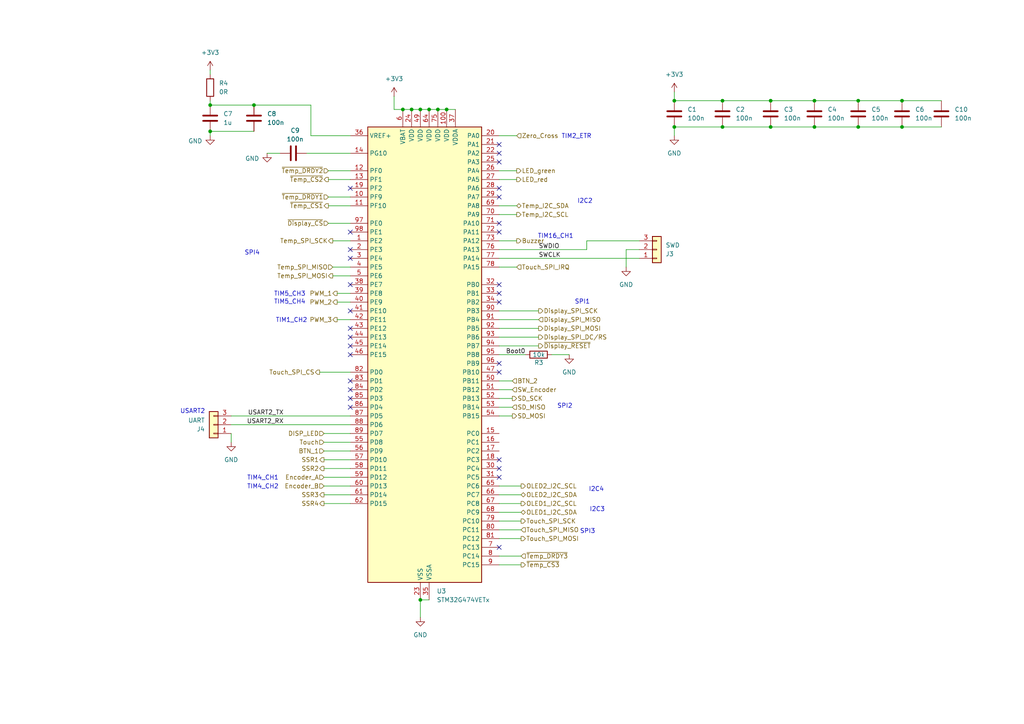
<source format=kicad_sch>
(kicad_sch (version 20231120) (generator "eeschema") (generator_version "8.0")
  (paper "A4")
  (lib_symbols
    (symbol "Connector_Generic:Conn_01x03" (pin_names (offset 1.016) hide)
      (property "Reference" "J" (at 0 5.08 0))
      (property "Value" "Conn_01x03" (at 0 -5.08 0))
      (symbol "Conn_01x03_1_1"
        (rectangle (start -1.27 -2.413) (end 0 -2.667) (stroke (width 0.1524)))
        (rectangle (start -1.27 0.127) (end 0 -0.127) (stroke (width 0.1524)))
        (rectangle (start -1.27 2.667) (end 0 2.413) (stroke (width 0.1524)))
        (rectangle (start -1.27 3.81) (end 1.27 -3.81) (stroke (width 0.254)) (fill (type background)))
        (pin passive line (at -5.08 2.54 0) (length 3.81) (name "Pin_1") (number "1"))
        (pin passive line (at -5.08 0 0) (length 3.81) (name "Pin_2") (number "2"))
        (pin passive line (at -5.08 -2.54 0) (length 3.81) (name "Pin_3") (number "3"))
      )
    )
    (symbol "Device:C" (pin_numbers hide) (pin_names (offset 0.254))
      (property "Reference" "C" (at 0.635 2.54 0))
      (property "Value" "C" (at 0.635 -2.54 0))
      (symbol "C_0_1"
        (polyline (pts (xy -2.032 -0.762) (xy 2.032 -0.762)) (stroke (width 0.508)))
        (polyline (pts (xy -2.032 0.762) (xy 2.032 0.762)) (stroke (width 0.508)))
      )
      (symbol "C_1_1"
        (pin passive line (at 0 3.81 270) (length 2.794) (name "~") (number "1"))
        (pin passive line (at 0 -3.81 90) (length 2.794) (name "~") (number "2"))
      )
    )
    (symbol "Device:R" (pin_numbers hide) (pin_names (offset 0))
      (property "Reference" "R" (at 2.032 0 90))
      (property "Value" "R" (at 0 0 90))
      (symbol "R_0_1"
        (rectangle (start -1.016 -2.54) (end 1.016 2.54) (stroke (width 0.254)))
      )
      (symbol "R_1_1"
        (pin passive line (at 0 3.81 270) (length 1.27) (name "~") (number "1"))
        (pin passive line (at 0 -3.81 90) (length 1.27) (name "~") (number "2"))
      )
    )
    (symbol "MCU_ST_STM32G4:STM32G474VETx"
      (property "Reference" "U" (at -15.24 67.31 0))
      (property "Value" "STM32G474VETx" (at 12.7 67.31 0))
      (symbol "STM32G474VETx_0_1"
        (rectangle (start -15.24 -66.04) (end 17.78 66.04) (stroke (width 0.254)) (fill (type background)))
      )
      (symbol "STM32G474VETx_1_1"
        (pin bidirectional line (at -20.32 33.02 0) (length 5.08) (name "PE2") (number "1"))
        (pin bidirectional line (at -20.32 45.72 0) (length 5.08) (name "PF9") (number "10"))
        (pin power_in line (at 7.62 71.12 270) (length 5.08) (name "VDD") (number "100"))
        (pin bidirectional line (at -20.32 43.18 0) (length 5.08) (name "PF10") (number "11"))
        (pin bidirectional line (at -20.32 53.34 0) (length 5.08) (name "PF0") (number "12"))
        (pin bidirectional line (at -20.32 50.8 0) (length 5.08) (name "PF1") (number "13"))
        (pin bidirectional line (at -20.32 58.42 0) (length 5.08) (name "PG10") (number "14"))
        (pin bidirectional line (at 22.86 -22.86 180) (length 5.08) (name "PC0") (number "15"))
        (pin bidirectional line (at 22.86 -25.4 180) (length 5.08) (name "PC1") (number "16"))
        (pin bidirectional line (at 22.86 -27.94 180) (length 5.08) (name "PC2") (number "17"))
        (pin bidirectional line (at 22.86 -30.48 180) (length 5.08) (name "PC3") (number "18"))
        (pin bidirectional line (at -20.32 48.26 0) (length 5.08) (name "PF2") (number "19"))
        (pin bidirectional line (at -20.32 30.48 0) (length 5.08) (name "PE3") (number "2"))
        (pin bidirectional line (at 22.86 63.5 180) (length 5.08) (name "PA0") (number "20"))
        (pin bidirectional line (at 22.86 60.96 180) (length 5.08) (name "PA1") (number "21"))
        (pin bidirectional line (at 22.86 58.42 180) (length 5.08) (name "PA2") (number "22"))
        (pin power_in line (at 0 -71.12 90) (length 5.08) (name "VSS") (number "23"))
        (pin power_in line (at -2.54 71.12 270) (length 5.08) (name "VDD") (number "24"))
        (pin bidirectional line (at 22.86 55.88 180) (length 5.08) (name "PA3") (number "25"))
        (pin bidirectional line (at 22.86 53.34 180) (length 5.08) (name "PA4") (number "26"))
        (pin bidirectional line (at 22.86 50.8 180) (length 5.08) (name "PA5") (number "27"))
        (pin bidirectional line (at 22.86 48.26 180) (length 5.08) (name "PA6") (number "28"))
        (pin bidirectional line (at 22.86 45.72 180) (length 5.08) (name "PA7") (number "29"))
        (pin bidirectional line (at -20.32 27.94 0) (length 5.08) (name "PE4") (number "3"))
        (pin bidirectional line (at 22.86 -33.02 180) (length 5.08) (name "PC4") (number "30"))
        (pin bidirectional line (at 22.86 -35.56 180) (length 5.08) (name "PC5") (number "31"))
        (pin bidirectional line (at 22.86 20.32 180) (length 5.08) (name "PB0") (number "32"))
        (pin bidirectional line (at 22.86 17.78 180) (length 5.08) (name "PB1") (number "33"))
        (pin bidirectional line (at 22.86 15.24 180) (length 5.08) (name "PB2") (number "34"))
        (pin power_in line (at 2.54 -71.12 90) (length 5.08) (name "VSSA") (number "35"))
        (pin input line (at -20.32 63.5 0) (length 5.08) (name "VREF+") (number "36"))
        (pin power_in line (at 10.16 71.12 270) (length 5.08) (name "VDDA") (number "37"))
        (pin bidirectional line (at -20.32 20.32 0) (length 5.08) (name "PE7") (number "38"))
        (pin bidirectional line (at -20.32 17.78 0) (length 5.08) (name "PE8") (number "39"))
        (pin bidirectional line (at -20.32 25.4 0) (length 5.08) (name "PE5") (number "4"))
        (pin bidirectional line (at -20.32 15.24 0) (length 5.08) (name "PE9") (number "40"))
        (pin bidirectional line (at -20.32 12.7 0) (length 5.08) (name "PE10") (number "41"))
        (pin bidirectional line (at -20.32 10.16 0) (length 5.08) (name "PE11") (number "42"))
        (pin bidirectional line (at -20.32 7.62 0) (length 5.08) (name "PE12") (number "43"))
        (pin bidirectional line (at -20.32 5.08 0) (length 5.08) (name "PE13") (number "44"))
        (pin bidirectional line (at -20.32 2.54 0) (length 5.08) (name "PE14") (number "45"))
        (pin bidirectional line (at -20.32 0 0) (length 5.08) (name "PE15") (number "46"))
        (pin bidirectional line (at 22.86 -5.08 180) (length 5.08) (name "PB10") (number "47"))
        (pin passive line (at 0 -71.12 90) (length 5.08) hide (name "VSS") (number "48"))
        (pin power_in line (at 0 71.12 270) (length 5.08) (name "VDD") (number "49"))
        (pin bidirectional line (at -20.32 22.86 0) (length 5.08) (name "PE6") (number "5"))
        (pin bidirectional line (at 22.86 -7.62 180) (length 5.08) (name "PB11") (number "50"))
        (pin bidirectional line (at 22.86 -10.16 180) (length 5.08) (name "PB12") (number "51"))
        (pin bidirectional line (at 22.86 -12.7 180) (length 5.08) (name "PB13") (number "52"))
        (pin bidirectional line (at 22.86 -15.24 180) (length 5.08) (name "PB14") (number "53"))
        (pin bidirectional line (at 22.86 -17.78 180) (length 5.08) (name "PB15") (number "54"))
        (pin bidirectional line (at -20.32 -25.4 0) (length 5.08) (name "PD8") (number "55"))
        (pin bidirectional line (at -20.32 -27.94 0) (length 5.08) (name "PD9") (number "56"))
        (pin bidirectional line (at -20.32 -30.48 0) (length 5.08) (name "PD10") (number "57"))
        (pin bidirectional line (at -20.32 -33.02 0) (length 5.08) (name "PD11") (number "58"))
        (pin bidirectional line (at -20.32 -35.56 0) (length 5.08) (name "PD12") (number "59"))
        (pin power_in line (at -5.08 71.12 270) (length 5.08) (name "VBAT") (number "6"))
        (pin bidirectional line (at -20.32 -38.1 0) (length 5.08) (name "PD13") (number "60"))
        (pin bidirectional line (at -20.32 -40.64 0) (length 5.08) (name "PD14") (number "61"))
        (pin bidirectional line (at -20.32 -43.18 0) (length 5.08) (name "PD15") (number "62"))
        (pin passive line (at 0 -71.12 90) (length 5.08) hide (name "VSS") (number "63"))
        (pin power_in line (at 2.54 71.12 270) (length 5.08) (name "VDD") (number "64"))
        (pin bidirectional line (at 22.86 -38.1 180) (length 5.08) (name "PC6") (number "65"))
        (pin bidirectional line (at 22.86 -40.64 180) (length 5.08) (name "PC7") (number "66"))
        (pin bidirectional line (at 22.86 -43.18 180) (length 5.08) (name "PC8") (number "67"))
        (pin bidirectional line (at 22.86 -45.72 180) (length 5.08) (name "PC9") (number "68"))
        (pin bidirectional line (at 22.86 43.18 180) (length 5.08) (name "PA8") (number "69"))
        (pin bidirectional line (at 22.86 -55.88 180) (length 5.08) (name "PC13") (number "7"))
        (pin bidirectional line (at 22.86 40.64 180) (length 5.08) (name "PA9") (number "70"))
        (pin bidirectional line (at 22.86 38.1 180) (length 5.08) (name "PA10") (number "71"))
        (pin bidirectional line (at 22.86 35.56 180) (length 5.08) (name "PA11") (number "72"))
        (pin bidirectional line (at 22.86 33.02 180) (length 5.08) (name "PA12") (number "73"))
        (pin passive line (at 0 -71.12 90) (length 5.08) hide (name "VSS") (number "74"))
        (pin power_in line (at 5.08 71.12 270) (length 5.08) (name "VDD") (number "75"))
        (pin bidirectional line (at 22.86 30.48 180) (length 5.08) (name "PA13") (number "76"))
        (pin bidirectional line (at 22.86 27.94 180) (length 5.08) (name "PA14") (number "77"))
        (pin bidirectional line (at 22.86 25.4 180) (length 5.08) (name "PA15") (number "78"))
        (pin bidirectional line (at 22.86 -48.26 180) (length 5.08) (name "PC10") (number "79"))
        (pin bidirectional line (at 22.86 -58.42 180) (length 5.08) (name "PC14") (number "8"))
        (pin bidirectional line (at 22.86 -50.8 180) (length 5.08) (name "PC11") (number "80"))
        (pin bidirectional line (at 22.86 -53.34 180) (length 5.08) (name "PC12") (number "81"))
        (pin bidirectional line (at -20.32 -5.08 0) (length 5.08) (name "PD0") (number "82"))
        (pin bidirectional line (at -20.32 -7.62 0) (length 5.08) (name "PD1") (number "83"))
        (pin bidirectional line (at -20.32 -10.16 0) (length 5.08) (name "PD2") (number "84"))
        (pin bidirectional line (at -20.32 -12.7 0) (length 5.08) (name "PD3") (number "85"))
        (pin bidirectional line (at -20.32 -15.24 0) (length 5.08) (name "PD4") (number "86"))
        (pin bidirectional line (at -20.32 -17.78 0) (length 5.08) (name "PD5") (number "87"))
        (pin bidirectional line (at -20.32 -20.32 0) (length 5.08) (name "PD6") (number "88"))
        (pin bidirectional line (at -20.32 -22.86 0) (length 5.08) (name "PD7") (number "89"))
        (pin bidirectional line (at 22.86 -60.96 180) (length 5.08) (name "PC15") (number "9"))
        (pin bidirectional line (at 22.86 12.7 180) (length 5.08) (name "PB3") (number "90"))
        (pin bidirectional line (at 22.86 10.16 180) (length 5.08) (name "PB4") (number "91"))
        (pin bidirectional line (at 22.86 7.62 180) (length 5.08) (name "PB5") (number "92"))
        (pin bidirectional line (at 22.86 5.08 180) (length 5.08) (name "PB6") (number "93"))
        (pin bidirectional line (at 22.86 2.54 180) (length 5.08) (name "PB7") (number "94"))
        (pin bidirectional line (at 22.86 0 180) (length 5.08) (name "PB8") (number "95"))
        (pin bidirectional line (at 22.86 -2.54 180) (length 5.08) (name "PB9") (number "96"))
        (pin bidirectional line (at -20.32 38.1 0) (length 5.08) (name "PE0") (number "97"))
        (pin bidirectional line (at -20.32 35.56 0) (length 5.08) (name "PE1") (number "98"))
        (pin passive line (at 0 -71.12 90) (length 5.08) hide (name "VSS") (number "99"))
      )
    )
    (symbol "power:+3V3" (power) (pin_numbers hide) (pin_names (offset 0) hide)
      (property "Value" "+3V3" (at 0 3.556 0))
      (symbol "+3V3_0_1"
        (polyline (pts (xy -0.762 1.27) (xy 0 2.54)))
        (polyline (pts (xy 0 0) (xy 0 2.54)))
        (polyline (pts (xy 0 2.54) (xy 0.762 1.27)))
      )
      (symbol "+3V3_1_1"
        (pin power_in line (at 0 0 90) (length 0) (name "~") (number "1"))
      )
    )
    (symbol "power:GND" (power) (pin_numbers hide) (pin_names (offset 0) hide)
      (property "Value" "GND" (at 0 -3.81 0))
      (symbol "GND_0_1"
        (polyline (pts (xy 0 0) (xy 0 -1.27) (xy 1.27 -1.27) (xy 0 -2.54) (xy -1.27 -1.27) (xy 0 -1.27)))
      )
      (symbol "GND_1_1"
        (pin power_in line (at 0 0 270) (length 0) (name "~") (number "1"))
      )
    )
  )
  (junction (at 121.92 31.75))
  (junction (at 124.46 31.75))
  (junction (at 209.55 36.83))
  (junction (at 73.66 30.48))
  (junction (at 119.38 31.75))
  (junction (at 261.62 36.83))
  (junction (at 195.58 36.83))
  (junction (at 127 31.75))
  (junction (at 209.55 29.21))
  (junction (at 60.96 30.48))
  (junction (at 195.58 29.21))
  (junction (at 129.54 31.75))
  (junction (at 261.62 29.21))
  (junction (at 248.92 36.83))
  (junction (at 121.92 173.99))
  (junction (at 248.92 29.21))
  (junction (at 236.22 29.21))
  (junction (at 223.52 29.21))
  (junction (at 116.84 31.75))
  (junction (at 60.96 38.1))
  (junction (at 236.22 36.83))
  (junction (at 223.52 36.83))
  (no_connect (at 101.6 113.03))
  (no_connect (at 144.78 158.75))
  (no_connect (at 101.6 54.61))
  (no_connect (at 101.6 100.33))
  (no_connect (at 144.78 82.55))
  (no_connect (at 144.78 85.09))
  (no_connect (at 101.6 97.79))
  (no_connect (at 101.6 95.25))
  (no_connect (at 144.78 105.41))
  (no_connect (at 144.78 67.31))
  (no_connect (at 144.78 64.77))
  (no_connect (at 144.78 133.35))
  (no_connect (at 144.78 41.91))
  (no_connect (at 144.78 87.63))
  (no_connect (at 101.6 90.17))
  (no_connect (at 144.78 54.61))
  (no_connect (at 101.6 102.87))
  (no_connect (at 144.78 46.99))
  (no_connect (at 144.78 107.95))
  (no_connect (at 144.78 135.89))
  (no_connect (at 101.6 82.55))
  (no_connect (at 101.6 110.49))
  (no_connect (at 101.6 72.39))
  (no_connect (at 144.78 138.43))
  (no_connect (at 101.6 115.57))
  (no_connect (at 101.6 118.11))
  (no_connect (at 144.78 44.45))
  (no_connect (at 101.6 74.93))
  (no_connect (at 144.78 57.15))
  (no_connect (at 101.6 67.31))
  (wire (pts (xy 144.78 113.03) (xy 148.59 113.03)))
  (wire (pts (xy 144.78 118.11) (xy 148.59 118.11)))
  (wire (pts (xy 101.6 138.43) (xy 93.98 138.43)))
  (wire (pts (xy 119.38 31.75) (xy 121.92 31.75)))
  (wire (pts (xy 195.58 26.67) (xy 195.58 29.21)))
  (wire (pts (xy 90.17 30.48) (xy 90.17 39.37)))
  (wire (pts (xy 144.78 110.49) (xy 148.59 110.49)))
  (wire (pts (xy 144.78 115.57) (xy 148.59 115.57)))
  (wire (pts (xy 144.78 59.69) (xy 149.86 59.69)))
  (wire (pts (xy 73.66 30.48) (xy 60.96 30.48)))
  (wire (pts (xy 93.98 135.89) (xy 101.6 135.89)))
  (wire (pts (xy 93.98 133.35) (xy 101.6 133.35)))
  (wire (pts (xy 93.98 125.73) (xy 101.6 125.73)))
  (wire (pts (xy 248.92 36.83) (xy 236.22 36.83)))
  (wire (pts (xy 261.62 36.83) (xy 273.05 36.83)))
  (wire (pts (xy 144.78 102.87) (xy 152.4 102.87)))
  (wire (pts (xy 144.78 146.05) (xy 151.13 146.05)))
  (wire (pts (xy 144.78 74.93) (xy 185.42 74.93)))
  (wire (pts (xy 114.3 31.75) (xy 116.84 31.75)))
  (wire (pts (xy 96.52 77.47) (xy 101.6 77.47)))
  (wire (pts (xy 144.78 153.67) (xy 151.13 153.67)))
  (wire (pts (xy 96.52 69.85) (xy 101.6 69.85)))
  (wire (pts (xy 121.92 173.99) (xy 124.46 173.99)))
  (wire (pts (xy 90.17 30.48) (xy 73.66 30.48)))
  (wire (pts (xy 93.98 130.81) (xy 101.6 130.81)))
  (wire (pts (xy 60.96 29.21) (xy 60.96 30.48)))
  (wire (pts (xy 248.92 29.21) (xy 261.62 29.21)))
  (wire (pts (xy 127 31.75) (xy 129.54 31.75)))
  (wire (pts (xy 144.78 156.21) (xy 151.13 156.21)))
  (wire (pts (xy 67.056 123.19) (xy 101.6 123.19)))
  (wire (pts (xy 93.98 143.51) (xy 101.6 143.51)))
  (wire (pts (xy 101.6 87.63) (xy 97.79 87.63)))
  (wire (pts (xy 60.96 20.32) (xy 60.96 21.59)))
  (wire (pts (xy 88.9 44.45) (xy 101.6 44.45)))
  (wire (pts (xy 67.056 120.65) (xy 101.6 120.65)))
  (wire (pts (xy 121.92 173.99) (xy 121.92 179.07)))
  (wire (pts (xy 144.78 90.17) (xy 156.21 90.17)))
  (wire (pts (xy 95.25 64.77) (xy 101.6 64.77)))
  (wire (pts (xy 67.056 125.73) (xy 67.056 128.27)))
  (wire (pts (xy 236.22 29.21) (xy 248.92 29.21)))
  (wire (pts (xy 209.55 29.21) (xy 223.52 29.21)))
  (wire (pts (xy 185.42 72.39) (xy 181.61 72.39)))
  (wire (pts (xy 223.52 36.83) (xy 236.22 36.83)))
  (wire (pts (xy 144.78 148.59) (xy 151.13 148.59)))
  (wire (pts (xy 144.78 140.97) (xy 151.13 140.97)))
  (wire (pts (xy 90.17 39.37) (xy 101.6 39.37)))
  (wire (pts (xy 144.78 143.51) (xy 151.13 143.51)))
  (wire (pts (xy 144.78 151.13) (xy 151.13 151.13)))
  (wire (pts (xy 144.78 62.23) (xy 149.86 62.23)))
  (wire (pts (xy 121.92 31.75) (xy 124.46 31.75)))
  (wire (pts (xy 95.25 57.15) (xy 101.6 57.15)))
  (wire (pts (xy 195.58 36.83) (xy 209.55 36.83)))
  (wire (pts (xy 144.78 52.07) (xy 149.86 52.07)))
  (wire (pts (xy 248.92 36.83) (xy 261.62 36.83)))
  (wire (pts (xy 144.78 77.47) (xy 149.86 77.47)))
  (wire (pts (xy 209.55 36.83) (xy 223.52 36.83)))
  (wire (pts (xy 144.78 92.71) (xy 156.21 92.71)))
  (wire (pts (xy 170.18 72.39) (xy 170.18 69.85)))
  (wire (pts (xy 144.78 69.85) (xy 149.86 69.85)))
  (wire (pts (xy 101.6 140.97) (xy 93.98 140.97)))
  (wire (pts (xy 261.62 29.21) (xy 273.05 29.21)))
  (wire (pts (xy 81.28 44.45) (xy 77.47 44.45)))
  (wire (pts (xy 60.96 39.37) (xy 60.96 38.1)))
  (wire (pts (xy 144.78 161.29) (xy 151.13 161.29)))
  (wire (pts (xy 195.58 29.21) (xy 209.55 29.21)))
  (wire (pts (xy 93.98 128.27) (xy 101.6 128.27)))
  (wire (pts (xy 223.52 29.21) (xy 236.22 29.21)))
  (wire (pts (xy 144.78 163.83) (xy 151.13 163.83)))
  (wire (pts (xy 170.18 69.85) (xy 185.42 69.85)))
  (wire (pts (xy 144.78 120.65) (xy 148.59 120.65)))
  (wire (pts (xy 181.61 72.39) (xy 181.61 77.47)))
  (wire (pts (xy 124.46 31.75) (xy 127 31.75)))
  (wire (pts (xy 144.78 49.53) (xy 149.86 49.53)))
  (wire (pts (xy 160.02 102.87) (xy 165.1 102.87)))
  (wire (pts (xy 116.84 31.75) (xy 119.38 31.75)))
  (wire (pts (xy 95.25 59.69) (xy 101.6 59.69)))
  (wire (pts (xy 144.78 72.39) (xy 170.18 72.39)))
  (wire (pts (xy 93.98 146.05) (xy 101.6 146.05)))
  (wire (pts (xy 144.78 39.37) (xy 149.86 39.37)))
  (wire (pts (xy 144.78 100.33) (xy 156.21 100.33)))
  (wire (pts (xy 129.54 31.75) (xy 132.08 31.75)))
  (wire (pts (xy 101.6 85.09) (xy 97.79 85.09)))
  (wire (pts (xy 144.78 95.25) (xy 156.21 95.25)))
  (wire (pts (xy 96.52 80.01) (xy 101.6 80.01)))
  (wire (pts (xy 144.78 97.79) (xy 156.21 97.79)))
  (wire (pts (xy 114.3 27.94) (xy 114.3 31.75)))
  (wire (pts (xy 60.96 38.1) (xy 73.66 38.1)))
  (wire (pts (xy 195.58 36.83) (xy 195.58 39.37)))
  (wire (pts (xy 95.25 52.07) (xy 101.6 52.07)))
  (wire (pts (xy 101.6 92.71) (xy 97.79 92.71)))
  (wire (pts (xy 92.71 107.95) (xy 101.6 107.95)))
  (wire (pts (xy 95.25 49.53) (xy 101.6 49.53)))
  (text "SPI4" (at 73.152 73.406 0) (effects (font (size 1.27 1.27))))
  (text "TIM2_ETR" (at 162.814 39.624 0) (effects (font (size 1.27 1.27)) (justify left)))
  (text "TIM5_CH3" (at 88.646 85.344 0) (effects (font (size 1.27 1.27)) (justify right)))
  (text "TIM4_CH2" (at 71.628 141.224 0) (effects (font (size 1.27 1.27)) (justify left)))
  (text "SPI3" (at 170.434 154.178 0) (effects (font (size 1.27 1.27))))
  (text "I2C4" (at 172.974 141.986 0) (effects (font (size 1.27 1.27))))
  (text "I2C2" (at 169.672 58.42 0) (effects (font (size 1.27 1.27))))
  (text "SPI2" (at 163.83 117.856 0) (effects (font (size 1.27 1.27))))
  (text "TIM16_CH1" (at 155.956 68.58 0) (effects (font (size 1.27 1.27)) (justify left)))
  (text "TIM4_CH1" (at 71.628 138.684 0) (effects (font (size 1.27 1.27)) (justify left)))
  (text "SPI1" (at 168.91 87.63 0) (effects (font (size 1.27 1.27))))
  (text "I2C3" (at 173.228 147.828 0) (effects (font (size 1.27 1.27))))
  (text "USART2" (at 55.88 119.38 0) (effects (font (size 1.27 1.27))))
  (text "TIM5_CH4" (at 88.646 87.63 0) (effects (font (size 1.27 1.27)) (justify right)))
  (text "TIM1_CH2" (at 89.154 92.964 0) (effects (font (size 1.27 1.27)) (justify right)))
  (label "USART2_RX" (at 82.296 123.19 180))
  (label "USART2_TX" (at 82.296 120.65 180))
  (label "SWDIO" (at 156.21 72.39 0))
  (label "SWCLK" (at 156.21 74.93 0))
  (label "Boot0" (at 152.4 102.87 180))
  (hierarchical_label "Encoder_A" (shape input) (at 93.98 138.43 180))
  (hierarchical_label "OLED2_I2C_SCL" (shape output) (at 151.13 140.97 0))
  (hierarchical_label "SSR4" (shape output) (at 93.98 146.05 180))
  (hierarchical_label "SSR2" (shape output) (at 93.98 135.89 180))
  (hierarchical_label "Touch_SPI_SCK" (shape output) (at 151.13 151.13 0))
  (hierarchical_label "Temp_SPI_MISO" (shape input) (at 96.52 77.47 180))
  (hierarchical_label "OLED2_I2C_SDA" (shape bidirectional) (at 151.13 143.51 0))
  (hierarchical_label "~{Temp_DRDY2}" (shape input) (at 95.25 49.53 180))
  (hierarchical_label "~{Temp_CS2}" (shape output) (at 95.25 52.07 180))
  (hierarchical_label "Zero_Cross" (shape input) (at 149.86 39.37 0))
  (hierarchical_label "PWM_3" (shape output) (at 97.79 92.71 180))
  (hierarchical_label "~{Temp_CS3}" (shape output) (at 151.13 163.83 0))
  (hierarchical_label "Touch_SPI_IRQ" (shape input) (at 149.86 77.47 0))
  (hierarchical_label "OLED1_I2C_SCL" (shape output) (at 151.13 146.05 0))
  (hierarchical_label "~{Temp_DRDY3}" (shape input) (at 151.13 161.29 0))
  (hierarchical_label "Display_SPI_DC{slash}RS" (shape output) (at 156.21 97.79 0))
  (hierarchical_label "SSR3" (shape output) (at 93.98 143.51 180))
  (hierarchical_label "~{Temp_DRDY1}" (shape input) (at 95.25 57.15 180))
  (hierarchical_label "~{Display_RESET}" (shape output) (at 156.21 100.33 0))
  (hierarchical_label "SW_Encoder" (shape input) (at 148.59 113.03 0))
  (hierarchical_label "Touch_SPI_CS" (shape output) (at 92.71 107.95 180))
  (hierarchical_label "SD_SCK" (shape output) (at 148.59 115.57 0))
  (hierarchical_label "Touch_SPI_MOSI" (shape output) (at 151.13 156.21 0))
  (hierarchical_label "Buzzer" (shape output) (at 149.86 69.85 0))
  (hierarchical_label "~{Display_CS}" (shape input) (at 95.25 64.77 180))
  (hierarchical_label "LED_green" (shape output) (at 149.86 49.53 0))
  (hierarchical_label "~{Temp_CS1}" (shape output) (at 95.25 59.69 180))
  (hierarchical_label "Encoder_B" (shape input) (at 93.98 140.97 180))
  (hierarchical_label "OLED1_I2C_SDA" (shape bidirectional) (at 151.13 148.59 0))
  (hierarchical_label "Temp_I2C_SDA" (shape bidirectional) (at 149.86 59.69 0))
  (hierarchical_label "Temp_SPI_SCK" (shape output) (at 96.52 69.85 180))
  (hierarchical_label "SD_MOSI" (shape output) (at 148.59 120.65 0))
  (hierarchical_label "Touch" (shape input) (at 93.98 128.27 180))
  (hierarchical_label "Temp_I2C_SCL" (shape output) (at 149.86 62.23 0))
  (hierarchical_label "BTN_1" (shape input) (at 93.98 130.81 180))
  (hierarchical_label "DISP_LED" (shape input) (at 93.98 125.73 180))
  (hierarchical_label "SD_MISO" (shape input) (at 148.59 118.11 0))
  (hierarchical_label "PWM_2" (shape output) (at 97.79 87.63 180))
  (hierarchical_label "LED_red" (shape output) (at 149.86 52.07 0))
  (hierarchical_label "Temp_SPI_MOSI" (shape output) (at 96.52 80.01 180))
  (hierarchical_label "Display_SPI_MOSI" (shape output) (at 156.21 95.25 0))
  (hierarchical_label "BTN_2" (shape input) (at 148.59 110.49 0))
  (hierarchical_label "PWM_1" (shape output) (at 97.79 85.09 180))
  (hierarchical_label "Display_SPI_MISO" (shape input) (at 156.21 92.71 0))
  (hierarchical_label "Display_SPI_SCK" (shape output) (at 156.21 90.17 0))
  (hierarchical_label "SSR1" (shape output) (at 93.98 133.35 180))
  (hierarchical_label "Touch_SPI_MISO" (shape input) (at 151.13 153.67 0))
  (symbol (lib_id "Device:C") (at 223.52 33.02 0) (unit 1)
    (property "Reference" "C3" (at 227.33 31.75 0) (effects (justify left)))
    (property "Value" "100n" (at 227.33 34.29 0) (effects (justify left)))
    (property "Footprint" "Capacitor_SMD:C_0603_1608Metric" (effects (hide yes)))
    (property "Description" "Unpolarized capacitor" (effects (hide yes)))
  )
  (symbol (lib_id "MCU_ST_STM32G4:STM32G474VETx") (at 121.92 102.87 0) (unit 1)
    (property "Reference" "U3" (at 126.6541 171.45 0) (effects (justify left)))
    (property "Value" "STM32G474VETx" (at 126.6541 173.99 0) (effects (justify left)))
    (property "Footprint" "Package_QFP:LQFP-100_14x14mm_P0.5mm" (effects (hide yes)))
    (property "Datasheet" "https://www.st.com/resource/en/datasheet/stm32g474ve.pdf" (effects (hide yes)))
    (property "Description" "STMicroelectronics Arm Cortex-M4 MCU, 512KB flash, 128KB RAM, 170 MHz, 1.71-3.6V, 86 GPIO, LQFP100" (effects (hide yes)))
  )
  (symbol (lib_id "Device:C") (at 60.96 34.29 0) (unit 1)
    (property "Reference" "C7" (at 64.77 33.0199 0) (effects (justify left)))
    (property "Value" "1u" (at 64.77 35.5599 0) (effects (justify left)))
    (property "Footprint" "Capacitor_SMD:C_0603_1608Metric" (effects (hide yes)))
    (property "Description" "Unpolarized capacitor" (effects (hide yes)))
  )
  (symbol (lib_id "Device:C") (at 248.92 33.02 0) (unit 1)
    (property "Reference" "C5" (at 252.73 31.75 0) (effects (justify left)))
    (property "Value" "100n" (at 252.73 34.29 0) (effects (justify left)))
    (property "Footprint" "Capacitor_SMD:C_0603_1608Metric" (effects (hide yes)))
    (property "Description" "Unpolarized capacitor" (effects (hide yes)))
  )
  (symbol (lib_id "power:+3V3") (at 195.58 26.67 0) (unit 1)
    (property "Reference" "#PWR07" (effects (hide yes)))
    (property "Value" "+3V3" (at 195.58 21.59 0))
    (property "Description" "Power symbol creates a global label with name \"+3V3\"" (effects (hide yes)))
  )
  (symbol (lib_id "Device:C") (at 73.66 34.29 0) (unit 1)
    (property "Reference" "C8" (at 77.47 33.02 0) (effects (justify left)))
    (property "Value" "100n" (at 77.47 35.56 0) (effects (justify left)))
    (property "Footprint" "Capacitor_SMD:C_0603_1608Metric" (effects (hide yes)))
    (property "Description" "Unpolarized capacitor" (effects (hide yes)))
  )
  (symbol (lib_id "Device:C") (at 236.22 33.02 0) (unit 1)
    (property "Reference" "C4" (at 240.03 31.75 0) (effects (justify left)))
    (property "Value" "100n" (at 240.03 34.29 0) (effects (justify left)))
    (property "Footprint" "Capacitor_SMD:C_0603_1608Metric" (effects (hide yes)))
    (property "Description" "Unpolarized capacitor" (effects (hide yes)))
  )
  (symbol (lib_id "Connector_Generic:Conn_01x03") (at 190.5 72.39 0) (mirror x) (unit 1)
    (property "Reference" "J3" (at 193.04 73.6601 0) (effects (justify left)))
    (property "Value" "SWD" (at 193.04 71.1201 0) (effects (justify left)))
    (property "Footprint" "Connector_Molex:Molex_KK-254_AE-6410-03A_1x03_P2.54mm_Vertical" (effects (hide yes)))
    (property "Description" "Generic connector, single row, 01x03, script generated (kicad-library-utils/schlib/autogen/connector/)" (effects (hide yes)))
  )
  (symbol (lib_id "power:GND") (at 67.056 128.27 0) (mirror y) (unit 1)
    (property "Reference" "#PWR019" (effects (hide yes)))
    (property "Value" "GND" (at 67.056 133.35 0))
    (property "Description" "Power symbol creates a global label with name \"GND\" , ground" (effects (hide yes)))
  )
  (symbol (lib_id "power:GND") (at 181.61 77.47 0) (unit 1)
    (property "Reference" "#PWR018" (effects (hide yes)))
    (property "Value" "GND" (at 181.61 82.55 0))
    (property "Description" "Power symbol creates a global label with name \"GND\" , ground" (effects (hide yes)))
  )
  (symbol (lib_id "Connector_Generic:Conn_01x03") (at 61.976 123.19 180) (unit 1)
    (property "Reference" "J4" (at 59.436 124.4601 0) (effects (justify left)))
    (property "Value" "UART" (at 59.436 121.9201 0) (effects (justify left)))
    (property "Footprint" "Connector_Molex:Molex_KK-254_AE-6410-03A_1x03_P2.54mm_Vertical" (effects (hide yes)))
    (property "Description" "Generic connector, single row, 01x03, script generated (kicad-library-utils/schlib/autogen/connector/)" (effects (hide yes)))
  )
  (symbol (lib_id "Device:C") (at 195.58 33.02 0) (unit 1)
    (property "Reference" "C1" (at 199.39 31.75 0) (effects (justify left)))
    (property "Value" "100n" (at 199.39 34.29 0) (effects (justify left)))
    (property "Footprint" "Capacitor_SMD:C_0603_1608Metric" (effects (hide yes)))
    (property "Description" "Unpolarized capacitor" (effects (hide yes)))
  )
  (symbol (lib_id "Device:C") (at 261.62 33.02 0) (unit 1)
    (property "Reference" "C6" (at 265.43 31.75 0) (effects (justify left)))
    (property "Value" "100n" (at 265.43 34.29 0) (effects (justify left)))
    (property "Footprint" "Capacitor_SMD:C_0603_1608Metric" (effects (hide yes)))
    (property "Description" "Unpolarized capacitor" (effects (hide yes)))
  )
  (symbol (lib_id "power:GND") (at 165.1 102.87 0) (unit 1)
    (property "Reference" "#PWR012" (effects (hide yes)))
    (property "Value" "GND" (at 165.1 107.95 0))
    (property "Description" "Power symbol creates a global label with name \"GND\" , ground" (effects (hide yes)))
  )
  (symbol (lib_id "power:GND") (at 60.96 39.37 0) (unit 1)
    (property "Reference" "#PWR011" (effects (hide yes)))
    (property "Value" "GND" (at 56.642 40.894 0))
    (property "Description" "Power symbol creates a global label with name \"GND\" , ground" (effects (hide yes)))
  )
  (symbol (lib_id "Device:C") (at 85.09 44.45 90) (unit 1)
    (property "Reference" "C9" (at 85.598 37.846 90))
    (property "Value" "100n" (at 85.598 40.386 90))
    (property "Footprint" "Capacitor_SMD:C_0603_1608Metric" (effects (hide yes)))
    (property "Description" "Unpolarized capacitor" (effects (hide yes)))
  )
  (symbol (lib_id "power:GND") (at 195.58 39.37 0) (unit 1)
    (property "Reference" "#PWR08" (effects (hide yes)))
    (property "Value" "GND" (at 195.58 44.45 0))
    (property "Description" "Power symbol creates a global label with name \"GND\" , ground" (effects (hide yes)))
  )
  (symbol (lib_id "Device:R") (at 156.21 102.87 270) (unit 1)
    (property "Reference" "R3" (at 154.94 105.156 90) (effects (justify left)))
    (property "Value" "10k" (at 154.432 102.87 90) (effects (justify left)))
    (property "Footprint" "Resistor_SMD:R_0603_1608Metric" (effects (hide yes)))
    (property "Description" "Resistor" (effects (hide yes)))
  )
  (symbol (lib_id "power:+3V3") (at 114.3 27.94 0) (unit 1)
    (property "Reference" "#PWR010" (effects (hide yes)))
    (property "Value" "+3V3" (at 114.3 22.86 0))
    (property "Description" "Power symbol creates a global label with name \"+3V3\"" (effects (hide yes)))
  )
  (symbol (lib_id "power:+3V3") (at 60.96 20.32 0) (unit 1)
    (property "Reference" "#PWR013" (effects (hide yes)))
    (property "Value" "+3V3" (at 60.96 15.24 0))
    (property "Description" "Power symbol creates a global label with name \"+3V3\"" (effects (hide yes)))
  )
  (symbol (lib_id "Device:C") (at 273.05 33.02 0) (unit 1)
    (property "Reference" "C10" (at 276.86 31.75 0) (effects (justify left)))
    (property "Value" "100n" (at 276.86 34.29 0) (effects (justify left)))
    (property "Footprint" "Capacitor_SMD:C_0603_1608Metric" (effects (hide yes)))
    (property "Description" "Unpolarized capacitor" (effects (hide yes)))
  )
  (symbol (lib_id "power:GND") (at 121.92 179.07 0) (unit 1)
    (property "Reference" "#PWR09" (effects (hide yes)))
    (property "Value" "GND" (at 121.92 184.15 0))
    (property "Description" "Power symbol creates a global label with name \"GND\" , ground" (effects (hide yes)))
  )
  (symbol (lib_id "Device:R") (at 60.96 25.4 0) (unit 1)
    (property "Reference" "R4" (at 63.5 24.1299 0) (effects (justify left)))
    (property "Value" "0R" (at 63.5 26.6699 0) (effects (justify left)))
    (property "Footprint" "Resistor_SMD:R_0603_1608Metric" (effects (hide yes)))
    (property "Description" "Resistor" (effects (hide yes)))
  )
  (symbol (lib_id "Device:C") (at 209.55 33.02 0) (unit 1)
    (property "Reference" "C2" (at 213.36 31.75 0) (effects (justify left)))
    (property "Value" "100n" (at 213.36 34.29 0) (effects (justify left)))
    (property "Footprint" "Capacitor_SMD:C_0603_1608Metric" (effects (hide yes)))
    (property "Description" "Unpolarized capacitor" (effects (hide yes)))
  )
  (symbol (lib_id "power:GND") (at 77.47 44.45 0) (unit 1)
    (property "Reference" "#PWR015" (effects (hide yes)))
    (property "Value" "GND" (at 73.152 45.974 0))
    (property "Description" "Power symbol creates a global label with name \"GND\" , ground" (effects (hide yes)))
  )
)
</source>
